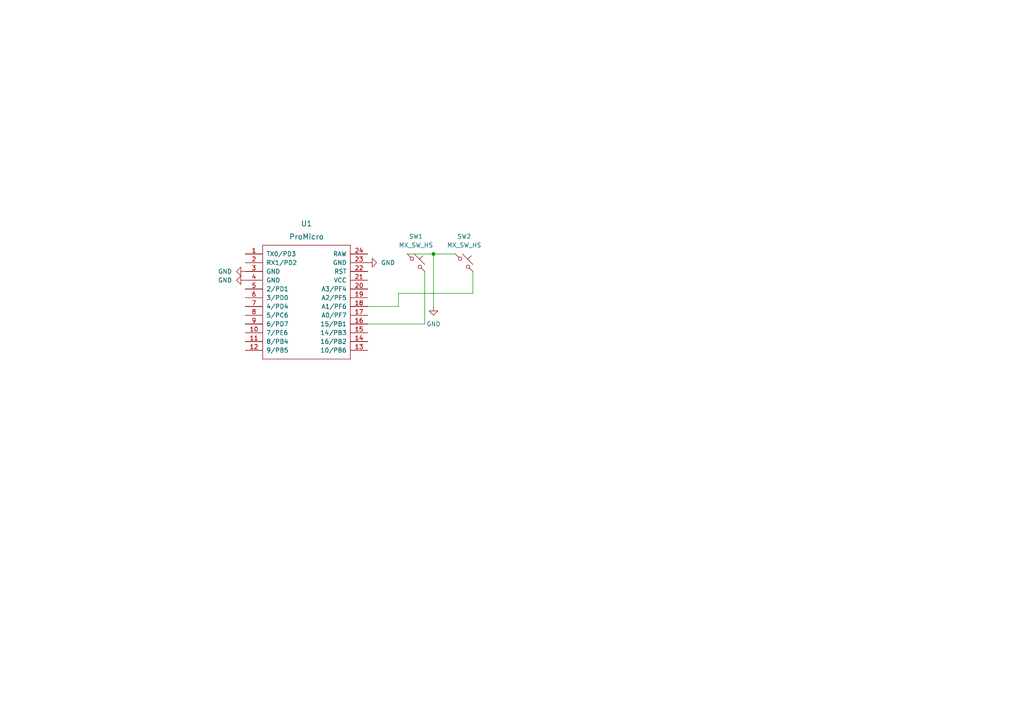
<source format=kicad_sch>
(kicad_sch (version 20211123) (generator eeschema)
  (paper "A4")
  (lib_symbols
    (symbol "keebio:ProMicro" (pin_names (offset 1.016))
      (property "Reference" "U" (at 0 0 0))
      (property "Value" "ProMicro" (at 0 -19.05 0))
      (symbol "ProMicro_0_1"
        (rectangle (start -12.7 -16.51) (end 12.7 16.51))
      )
      (symbol "ProMicro_1_1"
        (pin input line (at -17.78 13.97 0) (length 5.08) (name "TX0/PD3") (number "1"))
        (pin input line (at -17.78 -8.89 0) (length 5.08) (name "7/PE6") (number "10"))
        (pin input line (at -17.78 -11.43 0) (length 5.08) (name "8/PB4") (number "11"))
        (pin input line (at -17.78 -13.97 0) (length 5.08) (name "9/PB5") (number "12"))
        (pin input line (at 17.78 -13.97 180) (length 5.08) (name "10/PB6") (number "13"))
        (pin input line (at 17.78 -11.43 180) (length 5.08) (name "16/PB2") (number "14"))
        (pin input line (at 17.78 -8.89 180) (length 5.08) (name "14/PB3") (number "15"))
        (pin input line (at 17.78 -6.35 180) (length 5.08) (name "15/PB1") (number "16"))
        (pin input line (at 17.78 -3.81 180) (length 5.08) (name "A0/PF7") (number "17"))
        (pin input line (at 17.78 -1.27 180) (length 5.08) (name "A1/PF6") (number "18"))
        (pin input line (at 17.78 1.27 180) (length 5.08) (name "A2/PF5") (number "19"))
        (pin input line (at -17.78 11.43 0) (length 5.08) (name "RX1/PD2") (number "2"))
        (pin input line (at 17.78 3.81 180) (length 5.08) (name "A3/PF4") (number "20"))
        (pin input line (at 17.78 6.35 180) (length 5.08) (name "VCC") (number "21"))
        (pin input line (at 17.78 8.89 180) (length 5.08) (name "RST") (number "22"))
        (pin input line (at 17.78 11.43 180) (length 5.08) (name "GND") (number "23"))
        (pin input line (at 17.78 13.97 180) (length 5.08) (name "RAW") (number "24"))
        (pin input line (at -17.78 8.89 0) (length 5.08) (name "GND") (number "3"))
        (pin input line (at -17.78 6.35 0) (length 5.08) (name "GND") (number "4"))
        (pin input line (at -17.78 3.81 0) (length 5.08) (name "2/PD1") (number "5"))
        (pin input line (at -17.78 1.27 0) (length 5.08) (name "3/PD0") (number "6"))
        (pin input line (at -17.78 -1.27 0) (length 5.08) (name "4/PD4") (number "7"))
        (pin input line (at -17.78 -3.81 0) (length 5.08) (name "5/PC6") (number "8"))
        (pin input line (at -17.78 -6.35 0) (length 5.08) (name "6/PD7") (number "9"))
      )
    )
    (symbol "marbastlib-mx:MX_SW_HS" (pin_numbers hide) (pin_names (offset 1.016) hide)
      (property "Reference" "SW" (at 3.048 1.016 0))
      (property "Value" "MX_SW_HS" (at 0 -3.81 0))
      (symbol "MX_SW_HS_0_1"
        (circle (center -1.1684 1.1684) (radius 0.508))
        (polyline (pts (xy -0.508 2.54) (xy 2.54 -0.508)))
        (polyline (pts (xy 1.016 1.016) (xy 2.032 2.032)))
        (polyline (pts (xy -2.54 2.54) (xy -1.524 1.524) (xy -1.524 1.524)))
        (polyline (pts (xy 1.524 -1.524) (xy 2.54 -2.54) (xy 2.54 -2.54) (xy 2.54 -2.54)))
        (circle (center 1.143 -1.1938) (radius 0.508))
        (pin passive line (at -2.54 2.54 0) (length 0) (name "1") (number "1"))
        (pin passive line (at 2.54 -2.54 180) (length 0) (name "2") (number "2"))
      )
    )
    (symbol "power:GND" (power) (pin_names (offset 0))
      (property "Value" "GND" (at 0 -3.81 0))
      (symbol "GND_0_1"
        (polyline (pts (xy 0 0) (xy 0 -1.27) (xy 1.27 -1.27) (xy 0 -2.54) (xy -1.27 -1.27) (xy 0 -1.27)))
      )
      (symbol "GND_1_1"
        (pin power_in line (at 0 0 270) (length 0) hide (name "GND") (number "1"))
      )
    )
  )
  (junction (at 125.73 73.66))
  (wire (pts (xy 123.19 93.98) (xy 106.68 93.98)))
  (wire (pts (xy 115.57 85.09) (xy 115.57 88.9)))
  (wire (pts (xy 137.16 85.09) (xy 115.57 85.09)))
  (wire (pts (xy 115.57 88.9) (xy 106.68 88.9)))
  (wire (pts (xy 123.19 78.74) (xy 123.19 93.98)))
  (wire (pts (xy 137.16 78.74) (xy 137.16 85.09)))
  (wire (pts (xy 125.73 73.66) (xy 132.08 73.66)))
  (wire (pts (xy 118.11 73.66) (xy 125.73 73.66)))
  (wire (pts (xy 125.73 73.66) (xy 125.73 88.9)))
  (symbol (lib_id "power:GND") (at 106.68 76.2 90) (unit 1)
    (property "Reference" "#PWR0102" (effects hide))
    (property "Value" "GND" (at 110.49 76.1999 90) (effects (justify right)))
  )
  (symbol (lib_id "keebio:ProMicro") (at 88.9 87.63 0) (unit 1)
    (property "Reference" "U1" (at 88.9 64.8462 0) (effects (font (size 1.524 1.524))))
    (property "Value" "ProMicro" (at 88.9 68.6562 0) (effects (font (size 1.524 1.524))))
    (property "Footprint" "keebio:ArduinoProMicro" (effects hide))
  )
  (symbol (lib_id "marbastlib-mx:MX_SW_HS") (at 134.62 76.2 0) (unit 1)
    (property "Reference" "SW2" (at 134.62 68.58 0))
    (property "Value" "MX_SW_HS" (at 134.62 71.12 0))
    (property "Footprint" "marbastlib-mx:SW_MX_HS_1u" (effects hide))
  )
  (symbol (lib_id "power:GND") (at 125.73 88.9 0) (unit 1)
    (property "Reference" "#PWR0101" (effects hide))
    (property "Value" "GND" (at 125.73 93.98 0))
  )
  (symbol (lib_id "marbastlib-mx:MX_SW_HS") (at 120.65 76.2 0) (unit 1)
    (property "Reference" "SW1" (at 120.65 68.58 0))
    (property "Value" "MX_SW_HS" (at 120.65 71.12 0))
    (property "Footprint" "marbastlib-mx:SW_MX_HS_1u" (effects hide))
  )
  (symbol (lib_id "power:GND") (at 71.12 78.74 270) (unit 1)
    (property "Reference" "#PWR0104" (effects hide))
    (property "Value" "GND" (at 67.31 78.7399 90) (effects (justify right)))
  )
  (symbol (lib_id "power:GND") (at 71.12 81.28 270) (unit 1)
    (property "Reference" "#PWR0103" (effects hide))
    (property "Value" "GND" (at 67.31 81.2799 90) (effects (justify right)))
  )
)
</source>
